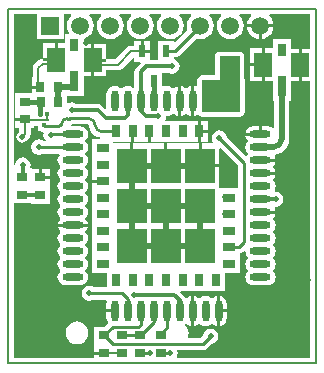
<source format=gtl>
%FSLAX25Y25*%
%MOIN*%
G70*
G01*
G75*
G04 Layer_Physical_Order=1*
G04 Layer_Color=255*
%ADD10C,0.01500*%
%ADD11C,0.01000*%
%ADD12C,0.02000*%
%ADD13R,0.03937X0.03150*%
%ADD14R,0.03150X0.03937*%
%ADD15R,0.09843X0.11811*%
%ADD16O,0.07087X0.02362*%
%ADD17O,0.02362X0.07087*%
%ADD18R,0.03347X0.02756*%
%ADD19R,0.02756X0.03347*%
%ADD20R,0.03150X0.07000*%
%ADD21R,0.06000X0.07874*%
%ADD22R,0.01181X0.01181*%
%ADD23R,0.01378X0.00984*%
%ADD24R,0.01378X0.01181*%
%ADD25R,0.02362X0.03937*%
%ADD26C,0.01200*%
%ADD27C,0.00800*%
%ADD28R,0.06800X0.08800*%
%ADD29R,0.12700X0.10700*%
%ADD30C,0.00500*%
%ADD31R,0.05906X0.05906*%
%ADD32C,0.05906*%
%ADD33C,0.02000*%
%ADD34C,0.04000*%
G36*
X20941Y-2258D02*
X20724Y-2424D01*
X20010Y-3354D01*
X19562Y-4438D01*
X19409Y-5600D01*
X19562Y-6762D01*
X20010Y-7846D01*
X20116Y-7983D01*
X19895Y-8432D01*
X18925D01*
Y-11463D01*
X16364D01*
Y-16901D01*
X15865D01*
Y-17400D01*
X11364D01*
Y-16470D01*
X10659Y-16610D01*
X10030Y-17030D01*
X8630Y-18430D01*
X8210Y-19059D01*
X8063Y-19800D01*
Y-22827D01*
X7717D01*
Y-25500D01*
X10595D01*
Y-26500D01*
X7717D01*
Y-28022D01*
X2327D01*
Y-33778D01*
X2327Y-33778D01*
X2327Y-33928D01*
X2327D01*
Y-36305D01*
X5501D01*
Y-37306D01*
X2327D01*
Y-39683D01*
X3563D01*
Y-40998D01*
X3230Y-41330D01*
X2810Y-41959D01*
X2663Y-42700D01*
X2810Y-43441D01*
X3230Y-44070D01*
X3859Y-44490D01*
X4600Y-44637D01*
X5341Y-44490D01*
X5970Y-44070D01*
X6870Y-43170D01*
X7290Y-42541D01*
X7437Y-41800D01*
X7437Y-41800D01*
X7437Y-41800D01*
Y-41800D01*
Y-39683D01*
X8673D01*
Y-39019D01*
X9709D01*
Y-40791D01*
X10852D01*
X11020Y-40903D01*
X11471Y-40993D01*
X11749Y-41408D01*
X11651Y-41900D01*
X11845Y-42875D01*
X12363Y-43651D01*
X12194Y-43967D01*
X12196Y-43963D01*
X11711Y-44084D01*
X11118Y-43688D01*
X10143Y-43494D01*
X9167Y-43688D01*
X8340Y-44240D01*
X7788Y-45067D01*
X7594Y-46043D01*
X7788Y-47018D01*
X8340Y-47845D01*
X9167Y-48398D01*
X10143Y-48592D01*
X11118Y-48398D01*
X11459Y-48170D01*
X16835D01*
X16882Y-48231D01*
X17073Y-48618D01*
X16696Y-49109D01*
X16426Y-49762D01*
X16334Y-50461D01*
X16426Y-51161D01*
X16696Y-51814D01*
X17126Y-52374D01*
X17130Y-52377D01*
Y-52877D01*
X17126Y-52880D01*
X16696Y-53440D01*
X16426Y-54092D01*
X16334Y-54792D01*
X16426Y-55492D01*
X16696Y-56144D01*
X17126Y-56704D01*
X17130Y-56708D01*
Y-57208D01*
X17126Y-57211D01*
X16696Y-57771D01*
X16426Y-58423D01*
X16334Y-59123D01*
X16426Y-59823D01*
X16696Y-60475D01*
X17126Y-61035D01*
X17130Y-61038D01*
Y-61538D01*
X17126Y-61541D01*
X16696Y-62102D01*
X16426Y-62754D01*
X16334Y-63454D01*
X16426Y-64153D01*
X16696Y-64806D01*
X17126Y-65366D01*
X17130Y-65369D01*
Y-65869D01*
X17126Y-65872D01*
X16696Y-66432D01*
X16426Y-67084D01*
X16334Y-67784D01*
X16426Y-68484D01*
X16696Y-69136D01*
X17126Y-69696D01*
X17130Y-69700D01*
Y-70200D01*
X17126Y-70203D01*
X16696Y-70763D01*
X16426Y-71415D01*
X16399Y-71615D01*
X26401D01*
X26374Y-71415D01*
X26104Y-70763D01*
X25674Y-70203D01*
X25670Y-70200D01*
Y-69700D01*
X25674Y-69696D01*
X26104Y-69136D01*
X26374Y-68484D01*
X26466Y-67784D01*
X26374Y-67084D01*
X26104Y-66432D01*
X25674Y-65872D01*
X25670Y-65869D01*
Y-65369D01*
X25674Y-65366D01*
X26104Y-64806D01*
X26374Y-64153D01*
X26466Y-63454D01*
X26374Y-62754D01*
X26104Y-62102D01*
X25674Y-61541D01*
X25670Y-61538D01*
Y-61038D01*
X25674Y-61035D01*
X26104Y-60475D01*
X26374Y-59823D01*
X26466Y-59123D01*
X26374Y-58423D01*
X26104Y-57771D01*
X25674Y-57211D01*
X25670Y-57208D01*
Y-56708D01*
X25674Y-56704D01*
X26104Y-56144D01*
X26374Y-55492D01*
X26466Y-54792D01*
X26374Y-54092D01*
X26104Y-53440D01*
X25674Y-52880D01*
X25670Y-52877D01*
Y-52377D01*
X25674Y-52374D01*
X26104Y-51814D01*
X26374Y-51161D01*
X26466Y-50461D01*
X26374Y-49762D01*
X26104Y-49109D01*
X25674Y-48549D01*
X25670Y-48546D01*
Y-48046D01*
X25674Y-48043D01*
X26104Y-47483D01*
X26374Y-46831D01*
X26466Y-46131D01*
X26374Y-45431D01*
X26104Y-44779D01*
X25674Y-44219D01*
X25670Y-44215D01*
Y-43715D01*
X25674Y-43712D01*
X26104Y-43152D01*
X26374Y-42500D01*
X26466Y-41800D01*
X26374Y-41100D01*
X26104Y-40448D01*
X25674Y-39888D01*
X25114Y-39458D01*
X24462Y-39188D01*
X23762Y-39096D01*
X20810D01*
X20713Y-38605D01*
X21114Y-38439D01*
X26500D01*
X26543Y-38431D01*
X26844Y-38556D01*
X26969Y-38857D01*
X26961Y-38900D01*
X26977Y-38980D01*
X27101Y-39922D01*
X27495Y-40875D01*
X28123Y-41693D01*
X28941Y-42320D01*
X29893Y-42715D01*
X30464Y-42790D01*
X30432Y-43289D01*
X27967D01*
Y-49439D01*
Y-54950D01*
Y-56887D01*
X31437D01*
Y-57887D01*
X27967D01*
Y-60462D01*
Y-65974D01*
Y-71486D01*
Y-76998D01*
Y-82509D01*
Y-88021D01*
X32892D01*
Y-92761D01*
X28348D01*
X27876Y-92445D01*
X26900Y-92251D01*
X25925Y-92445D01*
X25098Y-92998D01*
X24545Y-93824D01*
X24351Y-94800D01*
X24545Y-95776D01*
X25098Y-96602D01*
X25925Y-97155D01*
X26900Y-97349D01*
X27876Y-97155D01*
X28348Y-96839D01*
X32628D01*
X32906Y-97255D01*
X32764Y-97596D01*
X32672Y-98296D01*
Y-100158D01*
X35377D01*
Y-101158D01*
X32672D01*
Y-103020D01*
X32764Y-103720D01*
X33035Y-104373D01*
X33166Y-104544D01*
X31794Y-105917D01*
X28627D01*
Y-111672D01*
X28627Y-111672D01*
X28627Y-111822D01*
X28627D01*
Y-114200D01*
X31801D01*
Y-115200D01*
X28627D01*
Y-116326D01*
X1784D01*
Y-64823D01*
X7427D01*
Y-64878D01*
X13773D01*
Y-59122D01*
D01*
Y-59122D01*
X13773Y-59122D01*
Y-58972D01*
X13773D01*
Y-56595D01*
X10599D01*
Y-56095D01*
X10100D01*
Y-53216D01*
X7773D01*
Y-53161D01*
X7512D01*
X7195Y-52775D01*
X7349Y-52000D01*
X7155Y-51025D01*
X6602Y-50198D01*
X5776Y-49645D01*
X4800Y-49451D01*
X3824Y-49645D01*
X2998Y-50198D01*
X2445Y-51025D01*
X2282Y-51845D01*
X1784Y-51796D01*
Y-1784D01*
X9447D01*
Y-10053D01*
X18353D01*
Y-1784D01*
X20780D01*
X20941Y-2258D01*
D02*
G37*
G36*
X60941D02*
X60724Y-2424D01*
X60010Y-3354D01*
X59562Y-4438D01*
X59409Y-5600D01*
X59562Y-6762D01*
X59647Y-6969D01*
X55543Y-11073D01*
X55081Y-10882D01*
Y-10632D01*
X49719D01*
Y-16959D01*
X47207D01*
Y-14600D01*
X44525D01*
Y-14101D01*
X44026D01*
Y-10632D01*
X41845D01*
Y-12163D01*
X40800D01*
X40059Y-12310D01*
X39430Y-12730D01*
X35598Y-16563D01*
X32600D01*
Y-17500D01*
X28600D01*
Y-22437D01*
X32600D01*
Y-20437D01*
X36400D01*
X37141Y-20290D01*
X37770Y-19870D01*
X41383Y-16257D01*
X41845Y-16448D01*
Y-17569D01*
X43850D01*
X44041Y-18030D01*
X42524Y-19548D01*
X42059Y-20243D01*
X41897Y-21062D01*
Y-25953D01*
X41448Y-26174D01*
X41059Y-25875D01*
X40407Y-25605D01*
X39707Y-25513D01*
X39007Y-25605D01*
X38355Y-25875D01*
X37795Y-26305D01*
X37792Y-26309D01*
X37292D01*
X37289Y-26305D01*
X36729Y-25875D01*
X36076Y-25605D01*
X35376Y-25513D01*
X34677Y-25605D01*
X34024Y-25875D01*
X33464Y-26305D01*
X33035Y-26865D01*
X32764Y-27518D01*
X32672Y-28217D01*
Y-32942D01*
X32677Y-32980D01*
X32229Y-33201D01*
X31314Y-32286D01*
X30619Y-31822D01*
X29800Y-31659D01*
X22545D01*
X22075Y-31345D01*
X21100Y-31151D01*
X20124Y-31345D01*
X19924Y-31479D01*
X19484Y-31243D01*
Y-29136D01*
X25075D01*
Y-22437D01*
X27600D01*
Y-17001D01*
Y-11563D01*
X25075D01*
Y-9933D01*
X26146Y-9489D01*
X27076Y-8776D01*
X27790Y-7846D01*
X28238Y-6762D01*
X28391Y-5600D01*
X28238Y-4438D01*
X27790Y-3354D01*
X27076Y-2424D01*
X26859Y-2258D01*
X27020Y-1784D01*
X30781D01*
X30941Y-2258D01*
X30724Y-2424D01*
X30011Y-3354D01*
X29562Y-4438D01*
X29409Y-5600D01*
X29562Y-6762D01*
X30011Y-7846D01*
X30724Y-8776D01*
X31654Y-9489D01*
X32738Y-9938D01*
X33900Y-10091D01*
X35062Y-9938D01*
X36146Y-9489D01*
X37076Y-8776D01*
X37789Y-7846D01*
X38238Y-6762D01*
X38391Y-5600D01*
X38238Y-4438D01*
X37789Y-3354D01*
X37076Y-2424D01*
X36859Y-2258D01*
X37020Y-1784D01*
X40780D01*
X40941Y-2258D01*
X40724Y-2424D01*
X40010Y-3354D01*
X39562Y-4438D01*
X39409Y-5600D01*
X39562Y-6762D01*
X40010Y-7846D01*
X40724Y-8776D01*
X41654Y-9489D01*
X42738Y-9938D01*
X43900Y-10091D01*
X45062Y-9938D01*
X46146Y-9489D01*
X47076Y-8776D01*
X47789Y-7846D01*
X48238Y-6762D01*
X48391Y-5600D01*
X48238Y-4438D01*
X47789Y-3354D01*
X47076Y-2424D01*
X46859Y-2258D01*
X47019Y-1784D01*
X50780D01*
X50941Y-2258D01*
X50724Y-2424D01*
X50011Y-3354D01*
X49562Y-4438D01*
X49409Y-5600D01*
X49562Y-6762D01*
X50011Y-7846D01*
X50724Y-8776D01*
X51654Y-9489D01*
X52738Y-9938D01*
X53900Y-10091D01*
X55062Y-9938D01*
X56146Y-9489D01*
X57076Y-8776D01*
X57789Y-7846D01*
X58238Y-6762D01*
X58391Y-5600D01*
X58238Y-4438D01*
X57789Y-3354D01*
X57076Y-2424D01*
X56859Y-2258D01*
X57020Y-1784D01*
X60781D01*
X60941Y-2258D01*
D02*
G37*
G36*
X100578Y-13163D02*
X97700D01*
Y-18601D01*
Y-24037D01*
X100578D01*
Y-116326D01*
X56351D01*
X56115Y-115885D01*
X56255Y-115675D01*
X56449Y-114700D01*
X56255Y-113725D01*
X56262Y-113712D01*
X64828D01*
X65608Y-113556D01*
X66269Y-113114D01*
X66269Y-113114D01*
X66269Y-113114D01*
X67818Y-111566D01*
X68375Y-111455D01*
X69202Y-110902D01*
X69755Y-110075D01*
X69949Y-109100D01*
X69755Y-108124D01*
X69202Y-107298D01*
X68375Y-106745D01*
X67400Y-106551D01*
X66425Y-106745D01*
X65598Y-107298D01*
X65045Y-108124D01*
X64934Y-108682D01*
X63983Y-109633D01*
X60116D01*
X59838Y-109218D01*
X59984Y-108866D01*
X60114Y-107881D01*
X59984Y-106896D01*
X59604Y-105979D01*
X58999Y-105191D01*
X58942Y-105147D01*
Y-104933D01*
X58945Y-104929D01*
X59445D01*
X59448Y-104933D01*
X60008Y-105362D01*
X60661Y-105632D01*
X60861Y-105659D01*
Y-100659D01*
Y-95658D01*
X60661Y-95684D01*
X60008Y-95954D01*
X59480Y-96360D01*
X58986Y-96278D01*
X58544Y-95616D01*
X57317Y-94389D01*
X57508Y-93927D01*
X72113D01*
Y-88021D01*
X77037D01*
Y-82509D01*
Y-81420D01*
X77546Y-81319D01*
X78207Y-80876D01*
X78380Y-80704D01*
X78892Y-80771D01*
X78933Y-80785D01*
X79024Y-81476D01*
X79294Y-82129D01*
X79724Y-82689D01*
X79728Y-82692D01*
Y-83192D01*
X79724Y-83195D01*
X79294Y-83755D01*
X79024Y-84407D01*
X78932Y-85107D01*
X79024Y-85807D01*
X79294Y-86459D01*
X79724Y-87019D01*
X79728Y-87022D01*
Y-87522D01*
X79724Y-87525D01*
X79294Y-88086D01*
X79024Y-88738D01*
X78932Y-89438D01*
X79024Y-90138D01*
X79294Y-90790D01*
X79724Y-91350D01*
X80284Y-91780D01*
X80936Y-92050D01*
X81636Y-92142D01*
X86361D01*
X87060Y-92050D01*
X87713Y-91780D01*
X88273Y-91350D01*
X88702Y-90790D01*
X88973Y-90138D01*
X89065Y-89438D01*
X88973Y-88738D01*
X88702Y-88086D01*
X88273Y-87525D01*
X88269Y-87522D01*
Y-87022D01*
X88273Y-87019D01*
X88702Y-86459D01*
X88973Y-85807D01*
X89065Y-85107D01*
X88973Y-84407D01*
X88702Y-83755D01*
X88273Y-83195D01*
X88269Y-83192D01*
Y-82692D01*
X88273Y-82689D01*
X88702Y-82129D01*
X88973Y-81476D01*
X89065Y-80776D01*
X88973Y-80076D01*
X88702Y-79424D01*
X88273Y-78864D01*
X88269Y-78861D01*
Y-78361D01*
X88273Y-78358D01*
X88702Y-77798D01*
X88973Y-77146D01*
X89065Y-76446D01*
X88973Y-75746D01*
X88702Y-75094D01*
X88273Y-74533D01*
X88269Y-74530D01*
Y-74030D01*
X88273Y-74027D01*
X88702Y-73467D01*
X88973Y-72815D01*
X89065Y-72115D01*
X88973Y-71415D01*
X88702Y-70763D01*
X88273Y-70203D01*
X88269Y-70200D01*
Y-69700D01*
X88273Y-69696D01*
X88702Y-69136D01*
X88973Y-68484D01*
X88999Y-68284D01*
X83997D01*
Y-67284D01*
X88999D01*
X88973Y-67084D01*
X88702Y-66432D01*
X88625Y-66332D01*
X88889Y-65907D01*
X89100Y-65949D01*
X90075Y-65755D01*
X90902Y-65202D01*
X91455Y-64376D01*
X91649Y-63400D01*
X91455Y-62424D01*
X90902Y-61598D01*
X90075Y-61045D01*
X89100Y-60851D01*
X88954Y-60880D01*
X88702Y-60475D01*
X88973Y-59823D01*
X89065Y-59123D01*
X88973Y-58423D01*
X88702Y-57771D01*
X88273Y-57211D01*
X88269Y-57208D01*
Y-56708D01*
X88273Y-56704D01*
X88702Y-56144D01*
X88973Y-55492D01*
X88999Y-55292D01*
X83997D01*
Y-54292D01*
X88999D01*
X88973Y-54092D01*
X88702Y-53440D01*
X88273Y-52880D01*
X88269Y-52877D01*
Y-52377D01*
X88273Y-52374D01*
X88702Y-51814D01*
X88973Y-51161D01*
X88999Y-50961D01*
X83997D01*
Y-49961D01*
X88999D01*
X88973Y-49762D01*
X88702Y-49109D01*
X88654Y-49046D01*
X88845Y-48584D01*
X89559Y-48490D01*
X90889Y-47939D01*
X92032Y-47062D01*
X92908Y-45920D01*
X93459Y-44589D01*
X93644Y-43188D01*
X93649Y-43162D01*
Y-30736D01*
X94175D01*
Y-24037D01*
X96700D01*
Y-18601D01*
Y-13163D01*
X94175D01*
Y-10031D01*
X88025D01*
Y-13063D01*
X85464D01*
Y-18501D01*
Y-23937D01*
X88025D01*
Y-30736D01*
X88551D01*
Y-39536D01*
X88103Y-39757D01*
X87713Y-39458D01*
X87060Y-39188D01*
X86361Y-39096D01*
X84498D01*
Y-41801D01*
X83999D01*
Y-42300D01*
X78998D01*
X79024Y-42500D01*
X79294Y-43152D01*
X79724Y-43712D01*
X79728Y-43715D01*
Y-44215D01*
X79724Y-44219D01*
X79294Y-44779D01*
X79024Y-45431D01*
X78932Y-46131D01*
X79024Y-46831D01*
X79294Y-47483D01*
X79724Y-48043D01*
X79728Y-48046D01*
Y-48546D01*
X79724Y-48549D01*
X79525Y-48809D01*
X79025Y-48841D01*
X72766Y-42582D01*
X72655Y-42024D01*
X72102Y-41198D01*
X71276Y-40645D01*
X70300Y-40451D01*
X69324Y-40645D01*
X68498Y-41198D01*
X67945Y-42024D01*
X67751Y-43000D01*
X67945Y-43975D01*
X68220Y-44387D01*
X67984Y-44827D01*
X64420D01*
Y-51733D01*
X70341D01*
Y-46578D01*
X70803Y-46387D01*
X76461Y-52045D01*
Y-59824D01*
X70341D01*
Y-59639D01*
Y-52733D01*
X63919D01*
Y-52234D01*
X63420D01*
Y-44827D01*
X53002D01*
Y-52234D01*
X52002D01*
Y-44827D01*
X41585D01*
Y-52234D01*
X40585D01*
Y-44827D01*
X34904D01*
Y-44284D01*
X40979D01*
Y-40815D01*
X41979D01*
Y-44284D01*
X46490D01*
Y-40815D01*
X47491D01*
Y-44284D01*
X63026D01*
Y-40817D01*
Y-37347D01*
X52437D01*
X52201Y-36906D01*
X52355Y-36676D01*
X52549Y-35700D01*
X52610Y-35634D01*
X52699Y-35646D01*
X53399Y-35554D01*
X54051Y-35284D01*
X54611Y-34854D01*
X54615Y-34850D01*
X55115D01*
X55118Y-34854D01*
X55678Y-35284D01*
X56330Y-35554D01*
X56530Y-35580D01*
Y-30581D01*
Y-25579D01*
X56330Y-25605D01*
X55678Y-25875D01*
X55118Y-26305D01*
X55115Y-26309D01*
X54615D01*
X54611Y-26305D01*
X54051Y-25875D01*
X53399Y-25605D01*
X52699Y-25513D01*
X51999Y-25605D01*
X51560Y-25787D01*
X51144Y-25510D01*
Y-21241D01*
X53354D01*
X53525Y-21355D01*
X54500Y-21549D01*
X55475Y-21355D01*
X56302Y-20802D01*
X56855Y-19975D01*
X57049Y-19000D01*
X56855Y-18024D01*
X56302Y-17198D01*
X55475Y-16645D01*
X55081Y-16567D01*
Y-16139D01*
X55400D01*
X56180Y-15984D01*
X56842Y-15542D01*
X62531Y-9853D01*
X62738Y-9938D01*
X63900Y-10091D01*
X65062Y-9938D01*
X66146Y-9489D01*
X67076Y-8776D01*
X67790Y-7846D01*
X68238Y-6762D01*
X68391Y-5600D01*
X68238Y-4438D01*
X67790Y-3354D01*
X67076Y-2424D01*
X66859Y-2258D01*
X67019Y-1784D01*
X70780D01*
X70941Y-2258D01*
X70724Y-2424D01*
X70011Y-3354D01*
X69562Y-4438D01*
X69409Y-5600D01*
X69562Y-6762D01*
X70011Y-7846D01*
X70724Y-8776D01*
X71654Y-9489D01*
X72738Y-9938D01*
X73900Y-10091D01*
X75062Y-9938D01*
X76146Y-9489D01*
X77076Y-8776D01*
X77789Y-7846D01*
X78238Y-6762D01*
X78391Y-5600D01*
X78238Y-4438D01*
X77789Y-3354D01*
X77076Y-2424D01*
X76859Y-2258D01*
X77020Y-1784D01*
X80781D01*
X80941Y-2258D01*
X80724Y-2424D01*
X80010Y-3354D01*
X79562Y-4438D01*
X79475Y-5100D01*
X88325D01*
X88238Y-4438D01*
X87789Y-3354D01*
X87076Y-2424D01*
X86859Y-2258D01*
X87019Y-1784D01*
X100578D01*
Y-13163D01*
D02*
G37*
%LPC*%
G36*
X66601Y-41316D02*
X64026D01*
Y-44284D01*
X66601D01*
Y-41316D01*
D02*
G37*
G36*
X13773Y-53216D02*
X11100D01*
Y-55594D01*
X13773D01*
Y-53216D01*
D02*
G37*
G36*
X66601Y-37347D02*
X64026D01*
Y-40316D01*
X66601D01*
Y-37347D01*
D02*
G37*
G36*
X83498Y-39096D02*
X81636D01*
X80936Y-39188D01*
X80284Y-39458D01*
X79724Y-39888D01*
X79294Y-40448D01*
X79024Y-41100D01*
X78998Y-41300D01*
X83498D01*
Y-39096D01*
D02*
G37*
G36*
X26401Y-72615D02*
X16399D01*
X16426Y-72815D01*
X16696Y-73467D01*
X17126Y-74027D01*
X17130Y-74030D01*
Y-74530D01*
X17126Y-74533D01*
X16696Y-75094D01*
X16426Y-75746D01*
X16334Y-76446D01*
X16426Y-77146D01*
X16696Y-77798D01*
X17126Y-78358D01*
X17130Y-78361D01*
Y-78861D01*
X17126Y-78864D01*
X16696Y-79424D01*
X16426Y-80076D01*
X16334Y-80776D01*
X16426Y-81476D01*
X16696Y-82129D01*
X17126Y-82689D01*
X17130Y-82692D01*
Y-83192D01*
X17126Y-83195D01*
X16696Y-83755D01*
X16426Y-84407D01*
X16334Y-85107D01*
X16426Y-85807D01*
X16696Y-86459D01*
X17126Y-87019D01*
X17130Y-87022D01*
Y-87522D01*
X17126Y-87525D01*
X16696Y-88086D01*
X16426Y-88738D01*
X16334Y-89438D01*
X16426Y-90138D01*
X16696Y-90790D01*
X17126Y-91350D01*
X17686Y-91780D01*
X18338Y-92050D01*
X19038Y-92142D01*
X23762D01*
X24462Y-92050D01*
X25114Y-91780D01*
X25674Y-91350D01*
X26104Y-90790D01*
X26374Y-90138D01*
X26466Y-89438D01*
X26374Y-88738D01*
X26104Y-88086D01*
X25674Y-87525D01*
X25670Y-87522D01*
Y-87022D01*
X25674Y-87019D01*
X26104Y-86459D01*
X26374Y-85807D01*
X26466Y-85107D01*
X26374Y-84407D01*
X26104Y-83755D01*
X25674Y-83195D01*
X25670Y-83192D01*
Y-82692D01*
X25674Y-82689D01*
X26104Y-82129D01*
X26374Y-81476D01*
X26466Y-80776D01*
X26374Y-80076D01*
X26104Y-79424D01*
X25674Y-78864D01*
X25670Y-78861D01*
Y-78361D01*
X25674Y-78358D01*
X26104Y-77798D01*
X26374Y-77146D01*
X26466Y-76446D01*
X26374Y-75746D01*
X26104Y-75094D01*
X25674Y-74533D01*
X25670Y-74530D01*
Y-74030D01*
X25674Y-74027D01*
X26104Y-73467D01*
X26374Y-72815D01*
X26401Y-72615D01*
D02*
G37*
G36*
X72726Y-101158D02*
X70522D01*
Y-105659D01*
X70722Y-105632D01*
X71374Y-105362D01*
X71934Y-104933D01*
X72364Y-104373D01*
X72634Y-103720D01*
X72726Y-103020D01*
Y-101158D01*
D02*
G37*
G36*
X22845Y-104077D02*
X21860Y-104207D01*
X20943Y-104587D01*
X20155Y-105191D01*
X19550Y-105979D01*
X19170Y-106896D01*
X19041Y-107881D01*
X19170Y-108866D01*
X19550Y-109783D01*
X20155Y-110571D01*
X20943Y-111176D01*
X21860Y-111556D01*
X22845Y-111685D01*
X23830Y-111556D01*
X24747Y-111176D01*
X25535Y-110571D01*
X26139Y-109783D01*
X26520Y-108866D01*
X26649Y-107881D01*
X26520Y-106896D01*
X26139Y-105979D01*
X25535Y-105191D01*
X24747Y-104587D01*
X23830Y-104207D01*
X22845Y-104077D01*
D02*
G37*
G36*
X65691Y-95592D02*
X64991Y-95684D01*
X64339Y-95954D01*
X63779Y-96384D01*
X63776Y-96388D01*
X63276D01*
X63273Y-96384D01*
X62713Y-95954D01*
X62060Y-95684D01*
X61861Y-95658D01*
Y-100659D01*
Y-105659D01*
X62060Y-105632D01*
X62713Y-105362D01*
X63273Y-104933D01*
X63276Y-104928D01*
X63776D01*
X63779Y-104933D01*
X64339Y-105362D01*
X64991Y-105632D01*
X65691Y-105725D01*
X66391Y-105632D01*
X67043Y-105362D01*
X67603Y-104933D01*
X67607Y-104929D01*
X68107D01*
X68110Y-104933D01*
X68670Y-105362D01*
X69322Y-105632D01*
X69522Y-105659D01*
Y-100659D01*
Y-95658D01*
X69322Y-95684D01*
X68670Y-95954D01*
X68110Y-96384D01*
X68107Y-96388D01*
X67607D01*
X67603Y-96384D01*
X67043Y-95954D01*
X66391Y-95684D01*
X65691Y-95592D01*
D02*
G37*
G36*
X70522Y-95658D02*
Y-100158D01*
X72726D01*
Y-98296D01*
X72634Y-97596D01*
X72364Y-96944D01*
X71934Y-96384D01*
X71374Y-95954D01*
X70722Y-95684D01*
X70522Y-95658D01*
D02*
G37*
G36*
X47207Y-10632D02*
X45026D01*
Y-13600D01*
X47207D01*
Y-10632D01*
D02*
G37*
G36*
X15364Y-11463D02*
X11364D01*
Y-16400D01*
X15364D01*
Y-11463D01*
D02*
G37*
G36*
X88325Y-6100D02*
X84400D01*
Y-10025D01*
X85062Y-9938D01*
X86146Y-9489D01*
X87076Y-8776D01*
X87789Y-7846D01*
X88238Y-6762D01*
X88325Y-6100D01*
D02*
G37*
G36*
X83400D02*
X79475D01*
X79562Y-6762D01*
X80010Y-7846D01*
X80724Y-8776D01*
X81654Y-9489D01*
X82738Y-9938D01*
X83400Y-10025D01*
Y-6100D01*
D02*
G37*
G36*
X32600Y-11563D02*
X28600D01*
Y-16500D01*
X32600D01*
Y-11563D01*
D02*
G37*
G36*
X77100Y-14171D02*
X70300D01*
X69715Y-14287D01*
X69219Y-14619D01*
X68887Y-15115D01*
X68771Y-15700D01*
Y-22071D01*
X64500D01*
X63915Y-22187D01*
X63419Y-22519D01*
X63087Y-23015D01*
X62971Y-23600D01*
Y-25532D01*
X62555Y-25810D01*
X62060Y-25605D01*
X61861Y-25579D01*
Y-30581D01*
Y-35580D01*
X62060Y-35554D01*
X62713Y-35284D01*
X62846Y-35181D01*
X63339Y-35263D01*
X63419Y-35381D01*
X63915Y-35713D01*
X64500Y-35829D01*
X77200D01*
X77785Y-35713D01*
X78281Y-35381D01*
X78613Y-34885D01*
X78729Y-34300D01*
Y-23600D01*
X78629Y-23097D01*
Y-15700D01*
X78513Y-15115D01*
X78181Y-14619D01*
X77685Y-14287D01*
X77100Y-14171D01*
D02*
G37*
G36*
X60861Y-25579D02*
X60661Y-25605D01*
X60008Y-25875D01*
X59448Y-26305D01*
X59445Y-26309D01*
X58945D01*
X58942Y-26305D01*
X58382Y-25875D01*
X57730Y-25605D01*
X57530Y-25579D01*
Y-30581D01*
Y-35580D01*
X57730Y-35554D01*
X58382Y-35284D01*
X58942Y-34854D01*
X58945Y-34850D01*
X59445D01*
X59448Y-34854D01*
X60008Y-35284D01*
X60661Y-35554D01*
X60861Y-35580D01*
Y-30581D01*
Y-25579D01*
D02*
G37*
G36*
X84464Y-13063D02*
X80464D01*
Y-18000D01*
X84464D01*
Y-13063D01*
D02*
G37*
G36*
Y-19000D02*
X80464D01*
Y-23937D01*
X84464D01*
Y-19000D01*
D02*
G37*
%LPD*%
D10*
X10700Y-30900D02*
G03*
X10493Y-31107I0J-207D01*
G01*
X10700Y-30900D02*
G03*
X10493Y-31107I0J-207D01*
G01*
X10668Y-35157D02*
G03*
X10700Y-35125I0J32D01*
G01*
X10668Y-35157D02*
G03*
X10700Y-35125I0J32D01*
G01*
X10668Y-35157D02*
G03*
X10700Y-35125I0J32D01*
G01*
X48368Y-30580D02*
X48463Y-30485D01*
Y-23943D01*
X10493Y-34785D02*
Y-31107D01*
X5500Y-30900D02*
X10700D01*
D11*
X29000Y-38900D02*
G03*
X26500Y-36400I-2500J0D01*
G01*
X20700D02*
G03*
X20600Y-36500I0J-100D01*
G01*
X29000Y-38900D02*
G03*
X30916Y-40816I1916J0D01*
G01*
X19400Y-36500D02*
G03*
X17900Y-38000I0J-1500D01*
G01*
X16881Y-39019D02*
G03*
X17900Y-38000I0J1019D01*
G01*
X70300Y-43000D02*
X78500Y-51200D01*
Y-77700D02*
Y-51200D01*
X39707Y-100658D02*
Y-96707D01*
X37800Y-94800D02*
X39707Y-96707D01*
X26900Y-94800D02*
X37800D01*
X44038Y-105179D02*
Y-100658D01*
X34694Y-105900D02*
X43317D01*
X44038Y-105179D01*
X64828Y-111672D02*
X67400Y-109100D01*
X34678Y-111672D02*
X64828D01*
X31800Y-108794D02*
X34678Y-111672D01*
X50700Y-114700D02*
X53900D01*
X50200D02*
X50700D01*
X43900D02*
X47027D01*
X52699Y-106295D02*
Y-100658D01*
X50200Y-108794D02*
X52699Y-106295D01*
X31800Y-108794D02*
X34694Y-105900D01*
X43900Y-108794D02*
X44067D01*
X37933D02*
X43900D01*
X44067D02*
X48368Y-104493D01*
Y-100658D01*
X73569Y-79435D02*
X76765D01*
X78500Y-77700D01*
X44067Y-108794D02*
X44067Y-108794D01*
X37668Y-108530D02*
X37933Y-108794D01*
X14200Y-41900D02*
X14300Y-41800D01*
X21400D01*
X52400Y-14100D02*
X55400D01*
X63900Y-5600D01*
X10231Y-46131D02*
X21400D01*
Y-41800D02*
X21500Y-41700D01*
X30916Y-40816D02*
X35967D01*
X20700Y-36400D02*
X26500D01*
X19400Y-36500D02*
X20600D01*
X11800Y-39019D02*
X16881D01*
D12*
X21636Y-26000D02*
G03*
X22000Y-25636I0J364D01*
G01*
X16500Y-30795D02*
G03*
X16605Y-30900I106J0D01*
G01*
X16864Y-25636D02*
G03*
X16500Y-26000I0J-364D01*
G01*
X16864Y-25636D02*
G03*
X16500Y-26000I0J-364D01*
G01*
X88131Y-46131D02*
G03*
X91100Y-43162I0J2969D01*
G01*
X84029Y-46100D02*
G03*
X83998Y-46131I0J-31D01*
G01*
X84029Y-46100D02*
G03*
X83998Y-46131I0J-31D01*
G01*
X84029Y-46100D02*
G03*
X83998Y-46131I0J-31D01*
G01*
X84029Y-46100D02*
G03*
X83998Y-46131I0J-31D01*
G01*
X84029Y-46100D02*
G03*
X83998Y-46131I0J-31D01*
G01*
X84029Y-46100D02*
G03*
X83998Y-46131I0J-31D01*
G01*
X52502Y-79005D02*
X63920D01*
X41085D02*
X52502D01*
Y-65619D01*
X52684D02*
X63920D01*
Y-79005D02*
Y-65619D01*
X41085D02*
X52502D01*
X41085Y-79005D02*
Y-65619D01*
Y-52233D01*
X52502D02*
X63920D01*
X41085D02*
X52502D01*
X16500Y-26000D02*
X21636D01*
X16500Y-30795D02*
Y-26000D01*
X83998Y-46131D02*
X88131D01*
X91100Y-43162D02*
Y-25736D01*
D13*
X73569Y-73923D02*
D03*
Y-84946D02*
D03*
X31436D02*
D03*
Y-79435D02*
D03*
Y-62899D02*
D03*
Y-51876D02*
D03*
Y-46364D02*
D03*
Y-57387D02*
D03*
Y-68411D02*
D03*
Y-73923D02*
D03*
X73569Y-62899D02*
D03*
Y-68411D02*
D03*
Y-79435D02*
D03*
D14*
X35967Y-90458D02*
D03*
X58014Y-40816D02*
D03*
X52502D02*
D03*
X35967D02*
D03*
X41479D02*
D03*
X46990D02*
D03*
X63526D02*
D03*
X41479Y-90458D02*
D03*
X46990D02*
D03*
X52502D02*
D03*
X58014D02*
D03*
X63526D02*
D03*
X69038D02*
D03*
X22000Y-11900D02*
D03*
X91100Y-13500D02*
D03*
D15*
X63920Y-65619D02*
D03*
X41085Y-52233D02*
D03*
X63920D02*
D03*
X52502D02*
D03*
X41085Y-65619D02*
D03*
X52502D02*
D03*
X41085Y-79005D02*
D03*
X63920D02*
D03*
X52502D02*
D03*
D16*
X83998Y-80776D02*
D03*
Y-89438D02*
D03*
Y-76446D02*
D03*
Y-72115D02*
D03*
Y-67784D02*
D03*
Y-63454D02*
D03*
Y-59123D02*
D03*
Y-54792D02*
D03*
Y-46131D02*
D03*
Y-41800D02*
D03*
X21400Y-85107D02*
D03*
Y-80776D02*
D03*
Y-76446D02*
D03*
Y-72115D02*
D03*
Y-67784D02*
D03*
Y-63454D02*
D03*
Y-59123D02*
D03*
Y-54792D02*
D03*
Y-50461D02*
D03*
Y-46131D02*
D03*
Y-41800D02*
D03*
Y-89438D02*
D03*
X83998Y-85107D02*
D03*
Y-50461D02*
D03*
D17*
X39707Y-100658D02*
D03*
X70022D02*
D03*
X65691D02*
D03*
X61361D02*
D03*
X57030D02*
D03*
X39707Y-30580D02*
D03*
X44038D02*
D03*
X48368D02*
D03*
X52699D02*
D03*
X57030D02*
D03*
X61361D02*
D03*
X65691D02*
D03*
X70022D02*
D03*
X35376Y-100658D02*
D03*
X44038D02*
D03*
X48368D02*
D03*
X52699D02*
D03*
X35376Y-30580D02*
D03*
D18*
X31800Y-108794D02*
D03*
Y-114700D02*
D03*
X43900Y-108794D02*
D03*
Y-114700D02*
D03*
X37933Y-108794D02*
D03*
Y-114700D02*
D03*
X50700Y-108794D02*
D03*
Y-114700D02*
D03*
X5500Y-30900D02*
D03*
Y-36805D02*
D03*
X10600Y-62000D02*
D03*
Y-56094D02*
D03*
X4600Y-56039D02*
D03*
Y-61945D02*
D03*
D19*
X16500Y-26000D02*
D03*
X10594D02*
D03*
X16605Y-30900D02*
D03*
X10700D02*
D03*
D20*
X22000Y-24136D02*
D03*
X91100Y-25736D02*
D03*
D21*
X28100Y-17000D02*
D03*
X15864Y-16900D02*
D03*
X97200Y-18600D02*
D03*
X84964Y-18500D02*
D03*
D22*
X11800Y-38700D02*
D03*
D23*
X10668Y-37027D02*
D03*
X12932D02*
D03*
D24*
X10668Y-35157D02*
D03*
X12932D02*
D03*
D25*
X44526Y-14100D02*
D03*
X48463Y-23943D02*
D03*
X52400Y-14100D02*
D03*
D26*
X46000Y-19100D02*
X54500D01*
X21100Y-33800D02*
X29800D01*
X4600Y-56039D02*
X4800Y-55839D01*
Y-52000D01*
X21100Y-33800D02*
Y-33700D01*
X29800Y-33800D02*
X32400Y-36400D01*
X38700D01*
X39707Y-35393D01*
Y-30580D01*
X49977Y-35723D02*
X50000Y-35700D01*
X45823Y-35723D02*
X49977D01*
X44038Y-33938D02*
X45823Y-35723D01*
X44038Y-33938D02*
Y-30580D01*
X89046Y-63454D02*
X89100Y-63400D01*
X83998Y-63454D02*
X89046D01*
X44038Y-21062D02*
X46000Y-19100D01*
X44038Y-30580D02*
Y-21062D01*
X10545Y-61945D02*
X10600Y-62000D01*
X4600Y-61945D02*
X10545D01*
X55100Y-95200D02*
X57030Y-97130D01*
X41800Y-95200D02*
X55100D01*
X57030Y-100658D02*
Y-97130D01*
D27*
X10668Y-37027D02*
X12932D01*
Y-35157D01*
X31800Y-114700D02*
X31800Y-114700D01*
X37933D01*
X5500Y-36805D02*
X5721Y-37027D01*
X10668D01*
X4600Y-42700D02*
X5500Y-41800D01*
Y-36805D01*
X10000Y-25405D02*
X10594Y-26000D01*
X10000Y-25405D02*
Y-19800D01*
X11400Y-18400D01*
X15864D01*
X36400Y-18500D02*
X40800Y-14100D01*
X28100Y-18500D02*
X36400D01*
X40800Y-14100D02*
X44526D01*
D28*
X73700Y-20100D02*
D03*
D29*
X70850Y-28950D02*
D03*
D30*
X102362Y-118110D02*
Y0D01*
X0Y-118110D02*
X102362D01*
X0D02*
Y0D01*
X102362D01*
D31*
X13900Y-5600D02*
D03*
D32*
X23900D02*
D03*
X33900D02*
D03*
X43900D02*
D03*
X53900D02*
D03*
X63900D02*
D03*
X73900D02*
D03*
X83900D02*
D03*
D33*
X4600Y-42700D02*
D03*
X5700Y-7500D02*
D03*
X25900Y-11300D02*
D03*
X27900Y-30600D02*
D03*
X4800Y-52000D02*
D03*
X21100Y-33700D02*
D03*
X50000Y-35700D02*
D03*
X89100Y-63400D02*
D03*
X54500Y-19000D02*
D03*
X41800Y-95200D02*
D03*
X26900Y-94800D02*
D03*
X67400Y-109100D02*
D03*
X72300Y-62800D02*
D03*
X72200Y-68400D02*
D03*
X70300Y-43000D02*
D03*
X47027Y-114700D02*
D03*
X53900D02*
D03*
X10143Y-46043D02*
D03*
X14200Y-41900D02*
D03*
D34*
X10800Y-102300D02*
D03*
X10600Y-90400D02*
D03*
Y-79500D02*
D03*
X83500Y-113400D02*
D03*
X88600Y-103300D02*
D03*
X98900Y-90400D02*
D03*
X93700Y-6000D02*
D03*
X58900Y-22500D02*
D03*
X58800Y-17200D02*
D03*
X76000Y-94700D02*
D03*
X95200Y-57500D02*
D03*
X94100Y-71000D02*
D03*
X93300Y-84100D02*
D03*
X92400Y-111100D02*
D03*
X92500Y-97700D02*
D03*
X80700Y-106600D02*
D03*
X72000Y-112900D02*
D03*
X17800Y-100300D02*
D03*
X4800Y-107000D02*
D03*
X5100Y-95700D02*
D03*
X5300Y-85300D02*
D03*
Y-74800D02*
D03*
X52700Y-79600D02*
D03*
X62700Y-53900D02*
D03*
X63000Y-79500D02*
D03*
X40800Y-66800D02*
D03*
X41000Y-79700D02*
D03*
X73100Y-28400D02*
D03*
X73000Y-23300D02*
D03*
X73100Y-18100D02*
D03*
M02*

</source>
